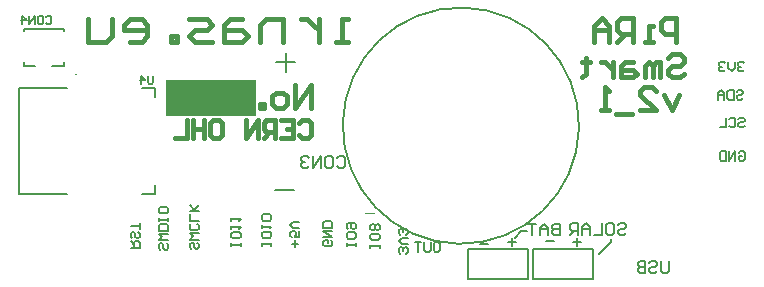
<source format=gbo>
G04*
G04 #@! TF.GenerationSoftware,Altium Limited,Altium Designer,19.0.14 (431)*
G04*
G04 Layer_Color=32896*
%FSAX25Y25*%
%MOIN*%
G70*
G01*
G75*
%ADD11C,0.00394*%
%ADD15C,0.00787*%
%ADD17C,0.00591*%
%ADD110C,0.01575*%
%ADD138R,0.30000X0.12362*%
D11*
X0224055Y0133831D02*
X0227008D01*
D15*
X0256764Y0202329D02*
G03*
X0256771Y0202329I-0000779J-0039364D01*
G01*
X0127732Y0180071D02*
G03*
X0127732Y0180071I-0000177J0000000D01*
G01*
X0197538Y0180760D02*
Y0187098D01*
X0194447Y0184028D02*
X0200786D01*
X0194132Y0141547D02*
X0200471D01*
X0301888Y0120091D02*
X0305904Y0124106D01*
Y0125130D01*
X0273975Y0125484D02*
Y0125522D01*
X0276142Y0127689D01*
X0277872D01*
X0258345Y0111862D02*
X0278345D01*
X0258345D02*
Y0121862D01*
X0278345D01*
Y0111862D02*
Y0121862D01*
X0300156Y0111862D02*
Y0121862D01*
X0280156D02*
X0300156D01*
X0280156Y0111862D02*
Y0121862D01*
Y0111862D02*
X0300156D01*
X0108819Y0140201D02*
Y0175634D01*
X0124665D01*
X0108819Y0140201D02*
X0124665D01*
X0149610Y0175634D02*
X0154095D01*
X0149610Y0140201D02*
X0154095D01*
Y0172543D02*
Y0175634D01*
Y0140201D02*
Y0143291D01*
X0123622Y0194390D02*
Y0195177D01*
X0110236D02*
X0123622D01*
X0110236Y0194390D02*
Y0195177D01*
X0119685Y0182973D02*
X0123622D01*
Y0184154D01*
X0110236Y0182973D02*
X0110236Y0184154D01*
X0110236Y0182973D02*
X0114173D01*
X0228974Y0122256D02*
Y0123305D01*
Y0122781D01*
X0225825D01*
Y0122256D01*
Y0123305D01*
X0228974Y0126454D02*
Y0125405D01*
X0228449Y0124880D01*
X0226350D01*
X0225825Y0125405D01*
Y0126454D01*
X0226350Y0126979D01*
X0228449D01*
X0228974Y0126454D01*
X0228449Y0128028D02*
X0228974Y0128553D01*
Y0129603D01*
X0228449Y0130127D01*
X0227924D01*
X0227400Y0129603D01*
X0226875Y0130127D01*
X0226350D01*
X0225825Y0129603D01*
Y0128553D01*
X0226350Y0128028D01*
X0226875D01*
X0227400Y0128553D01*
X0227924Y0128028D01*
X0228449D01*
X0227400Y0128553D02*
Y0129603D01*
X0168175Y0123961D02*
X0168700Y0123436D01*
Y0122387D01*
X0168175Y0121862D01*
X0167650D01*
X0167125Y0122387D01*
Y0123436D01*
X0166601Y0123961D01*
X0166076D01*
X0165551Y0123436D01*
Y0122387D01*
X0166076Y0121862D01*
X0168700Y0125011D02*
X0165551D01*
X0166601Y0126060D01*
X0165551Y0127110D01*
X0168700D01*
X0168175Y0130258D02*
X0168700Y0129734D01*
Y0128684D01*
X0168175Y0128159D01*
X0166076D01*
X0165551Y0128684D01*
Y0129734D01*
X0166076Y0130258D01*
X0168700Y0131308D02*
X0165551D01*
Y0133407D01*
X0168700Y0134457D02*
X0165551D01*
X0166601D01*
X0168700Y0136556D01*
X0167125Y0134981D01*
X0165551Y0136556D01*
X0157899Y0123764D02*
X0158424Y0123240D01*
Y0122190D01*
X0157899Y0121665D01*
X0157375D01*
X0156850Y0122190D01*
Y0123240D01*
X0156325Y0123764D01*
X0155800D01*
X0155276Y0123240D01*
Y0122190D01*
X0155800Y0121665D01*
X0158424Y0124814D02*
X0155276D01*
X0156325Y0125864D01*
X0155276Y0126913D01*
X0158424D01*
Y0127963D02*
X0155276D01*
Y0129537D01*
X0155800Y0130062D01*
X0157899D01*
X0158424Y0129537D01*
Y0127963D01*
Y0131111D02*
Y0132161D01*
Y0131636D01*
X0155276D01*
Y0131111D01*
Y0132161D01*
X0158424Y0135309D02*
Y0134260D01*
X0157899Y0133735D01*
X0155800D01*
X0155276Y0134260D01*
Y0135309D01*
X0155800Y0135834D01*
X0157899D01*
X0158424Y0135309D01*
X0182556Y0122768D02*
Y0123817D01*
Y0123293D01*
X0179408D01*
Y0122768D01*
Y0123817D01*
X0182556Y0126966D02*
Y0125916D01*
X0182032Y0125392D01*
X0179933D01*
X0179408Y0125916D01*
Y0126966D01*
X0179933Y0127491D01*
X0182032D01*
X0182556Y0126966D01*
X0179408Y0128540D02*
Y0129590D01*
Y0129065D01*
X0182556D01*
X0182032Y0128540D01*
X0179408Y0131164D02*
Y0132213D01*
Y0131689D01*
X0182556D01*
X0182032Y0131164D01*
X0192793Y0122925D02*
Y0123975D01*
Y0123450D01*
X0189644D01*
Y0122925D01*
Y0123975D01*
X0192793Y0127123D02*
Y0126074D01*
X0192268Y0125549D01*
X0190169D01*
X0189644Y0126074D01*
Y0127123D01*
X0190169Y0127648D01*
X0192268D01*
X0192793Y0127123D01*
X0189644Y0128698D02*
Y0129747D01*
Y0129222D01*
X0192793D01*
X0192268Y0128698D01*
Y0131322D02*
X0192793Y0131846D01*
Y0132896D01*
X0192268Y0133421D01*
X0190169D01*
X0189644Y0132896D01*
Y0131846D01*
X0190169Y0131322D01*
X0192268D01*
X0200589Y0122610D02*
Y0124709D01*
X0201638Y0123660D02*
X0199539D01*
X0202163Y0127858D02*
Y0125759D01*
X0200589D01*
X0201113Y0126808D01*
Y0127333D01*
X0200589Y0127858D01*
X0199539D01*
X0199014Y0127333D01*
Y0126284D01*
X0199539Y0125759D01*
X0202163Y0128907D02*
X0200064D01*
X0199014Y0129957D01*
X0200064Y0131007D01*
X0202163D01*
X0212662Y0124788D02*
X0213187Y0124263D01*
Y0123214D01*
X0212662Y0122689D01*
X0210563D01*
X0210038Y0123214D01*
Y0124263D01*
X0210563Y0124788D01*
X0211612D01*
Y0123739D01*
X0210038Y0125838D02*
X0213187D01*
X0210038Y0127937D01*
X0213187D01*
Y0128986D02*
X0210038D01*
Y0130561D01*
X0210563Y0131085D01*
X0212662D01*
X0213187Y0130561D01*
Y0128986D01*
X0221021Y0122689D02*
Y0123739D01*
Y0123214D01*
X0217873D01*
Y0122689D01*
Y0123739D01*
X0221021Y0126887D02*
Y0125838D01*
X0220496Y0125313D01*
X0218397D01*
X0217873Y0125838D01*
Y0126887D01*
X0218397Y0127412D01*
X0220496D01*
X0221021Y0126887D01*
X0218397Y0128461D02*
X0217873Y0128986D01*
Y0130036D01*
X0218397Y0130561D01*
X0220496D01*
X0221021Y0130036D01*
Y0128986D01*
X0220496Y0128461D01*
X0219972D01*
X0219447Y0128986D01*
Y0130561D01*
X0237819Y0120287D02*
X0238344Y0120812D01*
Y0121862D01*
X0237819Y0122387D01*
X0237294D01*
X0236770Y0121862D01*
Y0121337D01*
Y0121862D01*
X0236245Y0122387D01*
X0235720D01*
X0235195Y0121862D01*
Y0120812D01*
X0235720Y0120287D01*
X0238344Y0123436D02*
X0236245D01*
X0235195Y0124486D01*
X0236245Y0125535D01*
X0238344D01*
X0237819Y0126585D02*
X0238344Y0127109D01*
Y0128159D01*
X0237819Y0128684D01*
X0237294D01*
X0236770Y0128159D01*
Y0127634D01*
Y0128159D01*
X0236245Y0128684D01*
X0235720D01*
X0235195Y0128159D01*
Y0127109D01*
X0235720Y0126585D01*
X0247440Y0124105D02*
X0248489D01*
X0249014Y0123581D01*
Y0121482D01*
X0248489Y0120957D01*
X0247440D01*
X0246915Y0121482D01*
Y0123581D01*
X0247440Y0124105D01*
X0245866D02*
Y0121482D01*
X0245341Y0120957D01*
X0244291D01*
X0243767Y0121482D01*
Y0124105D01*
X0242717D02*
X0240618D01*
X0241668D01*
Y0120957D01*
X0274251Y0124066D02*
X0271627D01*
X0272939Y0125378D02*
Y0122754D01*
X0264920Y0123397D02*
X0262296D01*
X0296101Y0124302D02*
X0293477D01*
X0294789Y0125614D02*
Y0122991D01*
X0287046Y0124381D02*
X0284422D01*
X0288975Y0130325D02*
Y0126390D01*
X0287007D01*
X0286351Y0127046D01*
Y0127702D01*
X0287007Y0128358D01*
X0288975D01*
X0287007D01*
X0286351Y0129014D01*
Y0129670D01*
X0287007Y0130325D01*
X0288975D01*
X0285039Y0126390D02*
Y0129014D01*
X0283727Y0130325D01*
X0282415Y0129014D01*
Y0126390D01*
Y0128358D01*
X0285039D01*
X0281103Y0130325D02*
X0278480D01*
X0279791D01*
Y0126390D01*
X0308241Y0129748D02*
X0308897Y0130404D01*
X0310209D01*
X0310865Y0129748D01*
Y0129092D01*
X0310209Y0128436D01*
X0308897D01*
X0308241Y0127780D01*
Y0127125D01*
X0308897Y0126469D01*
X0310209D01*
X0310865Y0127125D01*
X0304961Y0130404D02*
X0306273D01*
X0306929Y0129748D01*
Y0127125D01*
X0306273Y0126469D01*
X0304961D01*
X0304305Y0127125D01*
Y0129748D01*
X0304961Y0130404D01*
X0302993D02*
Y0126469D01*
X0300369D01*
X0299057D02*
Y0129092D01*
X0297745Y0130404D01*
X0296434Y0129092D01*
Y0126469D01*
Y0128436D01*
X0299057D01*
X0295122Y0126469D02*
Y0130404D01*
X0293154D01*
X0292498Y0129748D01*
Y0128436D01*
X0293154Y0127780D01*
X0295122D01*
X0293810D02*
X0292498Y0126469D01*
X0325378Y0117861D02*
Y0114581D01*
X0324722Y0113925D01*
X0323410D01*
X0322754Y0114581D01*
Y0117861D01*
X0318818Y0117205D02*
X0319474Y0117861D01*
X0320786D01*
X0321442Y0117205D01*
Y0116549D01*
X0320786Y0115893D01*
X0319474D01*
X0318818Y0115237D01*
Y0114581D01*
X0319474Y0113925D01*
X0320786D01*
X0321442Y0114581D01*
X0317507Y0117861D02*
Y0113925D01*
X0315539D01*
X0314883Y0114581D01*
Y0115237D01*
X0315539Y0115893D01*
X0317507D01*
X0315539D01*
X0314883Y0116549D01*
Y0117205D01*
X0315539Y0117861D01*
X0317507D01*
X0350394Y0183726D02*
X0349869Y0184251D01*
X0348820D01*
X0348295Y0183726D01*
Y0183202D01*
X0348820Y0182677D01*
X0349344D01*
X0348820D01*
X0348295Y0182152D01*
Y0181627D01*
X0348820Y0181103D01*
X0349869D01*
X0350394Y0181627D01*
X0347245Y0184251D02*
Y0182152D01*
X0346196Y0181103D01*
X0345146Y0182152D01*
Y0184251D01*
X0344097Y0183726D02*
X0343572Y0184251D01*
X0342522D01*
X0341998Y0183726D01*
Y0183202D01*
X0342522Y0182677D01*
X0343047D01*
X0342522D01*
X0341998Y0182152D01*
Y0181627D01*
X0342522Y0181103D01*
X0343572D01*
X0344097Y0181627D01*
X0347939Y0174289D02*
X0348464Y0174814D01*
X0349513D01*
X0350038Y0174289D01*
Y0173764D01*
X0349513Y0173240D01*
X0348464D01*
X0347939Y0172715D01*
Y0172190D01*
X0348464Y0171665D01*
X0349513D01*
X0350038Y0172190D01*
X0346889Y0174814D02*
Y0171665D01*
X0345315D01*
X0344790Y0172190D01*
Y0174289D01*
X0345315Y0174814D01*
X0346889D01*
X0343741Y0171665D02*
Y0173764D01*
X0342691Y0174814D01*
X0341642Y0173764D01*
Y0171665D01*
Y0173240D01*
X0343741D01*
X0348490Y0165116D02*
X0349015Y0165641D01*
X0350064D01*
X0350589Y0165116D01*
Y0164591D01*
X0350064Y0164066D01*
X0349015D01*
X0348490Y0163542D01*
Y0163017D01*
X0349015Y0162492D01*
X0350064D01*
X0350589Y0163017D01*
X0345341Y0165116D02*
X0345866Y0165641D01*
X0346916D01*
X0347441Y0165116D01*
Y0163017D01*
X0346916Y0162492D01*
X0345866D01*
X0345341Y0163017D01*
X0344292Y0165641D02*
Y0162492D01*
X0342193D01*
X0348569Y0153974D02*
X0349094Y0154499D01*
X0350143D01*
X0350668Y0153974D01*
Y0151875D01*
X0350143Y0151350D01*
X0349094D01*
X0348569Y0151875D01*
Y0152925D01*
X0349618D01*
X0347519Y0151350D02*
Y0154499D01*
X0345420Y0151350D01*
Y0154499D01*
X0344371D02*
Y0151350D01*
X0342796D01*
X0342272Y0151875D01*
Y0153974D01*
X0342796Y0154499D01*
X0344371D01*
X0145866Y0122256D02*
X0149015D01*
Y0123830D01*
X0148490Y0124355D01*
X0147441D01*
X0146916Y0123830D01*
Y0122256D01*
Y0123305D02*
X0145866Y0124355D01*
X0148490Y0127504D02*
X0149015Y0126979D01*
Y0125929D01*
X0148490Y0125405D01*
X0147965D01*
X0147441Y0125929D01*
Y0126979D01*
X0146916Y0127504D01*
X0146391D01*
X0145866Y0126979D01*
Y0125929D01*
X0146391Y0125405D01*
X0149015Y0128553D02*
Y0130652D01*
Y0129603D01*
X0145866D01*
D17*
X0214620Y0152150D02*
X0215276Y0152806D01*
X0216588D01*
X0217244Y0152150D01*
Y0149526D01*
X0216588Y0148870D01*
X0215276D01*
X0214620Y0149526D01*
X0211340Y0152806D02*
X0212652D01*
X0213308Y0152150D01*
Y0149526D01*
X0212652Y0148870D01*
X0211340D01*
X0210684Y0149526D01*
Y0152150D01*
X0211340Y0152806D01*
X0209373Y0148870D02*
Y0152806D01*
X0206749Y0148870D01*
Y0152806D01*
X0205437Y0152150D02*
X0204781Y0152806D01*
X0203469D01*
X0202813Y0152150D01*
Y0151494D01*
X0203469Y0150838D01*
X0204125D01*
X0203469D01*
X0202813Y0150182D01*
Y0149526D01*
X0203469Y0148870D01*
X0204781D01*
X0205437Y0149526D01*
X0153504Y0179657D02*
Y0177361D01*
X0153045Y0176902D01*
X0152126D01*
X0151667Y0177361D01*
Y0179657D01*
X0149371Y0176902D02*
Y0179657D01*
X0150749Y0178279D01*
X0148912D01*
X0117650Y0199119D02*
X0118109Y0199578D01*
X0119027D01*
X0119487Y0199119D01*
Y0197282D01*
X0119027Y0196823D01*
X0118109D01*
X0117650Y0197282D01*
X0115354Y0199578D02*
X0116272D01*
X0116732Y0199119D01*
Y0197282D01*
X0116272Y0196823D01*
X0115354D01*
X0114895Y0197282D01*
Y0199119D01*
X0115354Y0199578D01*
X0113977Y0196823D02*
Y0199578D01*
X0112140Y0196823D01*
Y0199578D01*
X0109844Y0196823D02*
Y0199578D01*
X0111222Y0198200D01*
X0109385D01*
D110*
X0327794Y0190957D02*
Y0198828D01*
X0323858D01*
X0322546Y0197516D01*
Y0194892D01*
X0323858Y0193580D01*
X0327794D01*
X0319922Y0190957D02*
X0317299D01*
X0318610D01*
Y0196204D01*
X0319922D01*
X0313363Y0190957D02*
Y0198828D01*
X0309427D01*
X0308115Y0197516D01*
Y0194892D01*
X0309427Y0193580D01*
X0313363D01*
X0310739D02*
X0308115Y0190957D01*
X0305491D02*
Y0196204D01*
X0302867Y0198828D01*
X0300244Y0196204D01*
Y0190957D01*
Y0194892D01*
X0305491D01*
X0328817Y0173291D02*
X0326194Y0168043D01*
X0323570Y0173291D01*
X0315698Y0168043D02*
X0320946D01*
X0315698Y0173291D01*
Y0174603D01*
X0317010Y0175915D01*
X0319634D01*
X0320946Y0174603D01*
X0313074Y0166731D02*
X0307827D01*
X0305203Y0168043D02*
X0302579D01*
X0303891D01*
Y0175915D01*
X0305203Y0174603D01*
X0206024Y0168752D02*
Y0176623D01*
X0200776Y0168752D01*
Y0176623D01*
X0196840Y0168752D02*
X0194216D01*
X0192904Y0170064D01*
Y0172688D01*
X0194216Y0174000D01*
X0196840D01*
X0198152Y0172688D01*
Y0170064D01*
X0196840Y0168752D01*
X0190281D02*
Y0170064D01*
X0188969D01*
Y0168752D01*
X0190281D01*
X0218425Y0190760D02*
X0214490D01*
X0216457D01*
Y0198631D01*
X0218425D01*
X0208586D02*
Y0190760D01*
Y0194696D01*
X0206618Y0196663D01*
X0204650Y0198631D01*
X0202682D01*
X0196779Y0190760D02*
Y0198631D01*
X0190875D01*
X0188907Y0196663D01*
Y0190760D01*
X0183004Y0198631D02*
X0179068D01*
X0177100Y0196663D01*
Y0190760D01*
X0183004D01*
X0184971Y0192728D01*
X0183004Y0194696D01*
X0177100D01*
X0173164Y0190760D02*
X0167261D01*
X0165293Y0192728D01*
X0167261Y0194696D01*
X0171196D01*
X0173164Y0196663D01*
X0171196Y0198631D01*
X0165293D01*
X0161357Y0190760D02*
Y0192728D01*
X0159389D01*
Y0190760D01*
X0161357D01*
X0145614D02*
X0149550D01*
X0151518Y0192728D01*
Y0196663D01*
X0149550Y0198631D01*
X0145614D01*
X0143646Y0196663D01*
Y0194696D01*
X0151518D01*
X0139710Y0198631D02*
Y0192728D01*
X0137743Y0190760D01*
X0131839D01*
Y0198631D01*
X0202009Y0163868D02*
X0202993Y0164852D01*
X0204961D01*
X0205945Y0163868D01*
Y0159933D01*
X0204961Y0158949D01*
X0202993D01*
X0202009Y0159933D01*
X0196106Y0164852D02*
X0200041D01*
Y0158949D01*
X0196106D01*
X0200041Y0161901D02*
X0198073D01*
X0194138Y0158949D02*
Y0164852D01*
X0191186D01*
X0190202Y0163868D01*
Y0161901D01*
X0191186Y0160917D01*
X0194138D01*
X0192170D02*
X0190202Y0158949D01*
X0188234D02*
Y0164852D01*
X0184298Y0158949D01*
Y0164852D01*
X0173475D02*
X0175443D01*
X0176427Y0163868D01*
Y0159933D01*
X0175443Y0158949D01*
X0173475D01*
X0172491Y0159933D01*
Y0163868D01*
X0173475Y0164852D01*
X0170523D02*
Y0158949D01*
Y0161901D01*
X0166588D01*
Y0164852D01*
Y0158949D01*
X0164620Y0164852D02*
Y0158949D01*
X0160684D01*
X0325105Y0185587D02*
X0326417Y0186899D01*
X0329041D01*
X0330353Y0185587D01*
Y0184275D01*
X0329041Y0182963D01*
X0326417D01*
X0325105Y0181651D01*
Y0180340D01*
X0326417Y0179028D01*
X0329041D01*
X0330353Y0180340D01*
X0322481Y0179028D02*
Y0184275D01*
X0321169D01*
X0319858Y0182963D01*
Y0179028D01*
Y0182963D01*
X0318546Y0184275D01*
X0317234Y0182963D01*
Y0179028D01*
X0313298Y0184275D02*
X0310674D01*
X0309362Y0182963D01*
Y0179028D01*
X0313298D01*
X0314610Y0180340D01*
X0313298Y0181651D01*
X0309362D01*
X0306738Y0184275D02*
Y0179028D01*
Y0181651D01*
X0305427Y0182963D01*
X0304115Y0184275D01*
X0302803D01*
X0297555Y0185587D02*
Y0184275D01*
X0298867D01*
X0296243D01*
X0297555D01*
Y0180340D01*
X0296243Y0179028D01*
D138*
X0172597Y0172295D02*
D03*
M02*

</source>
